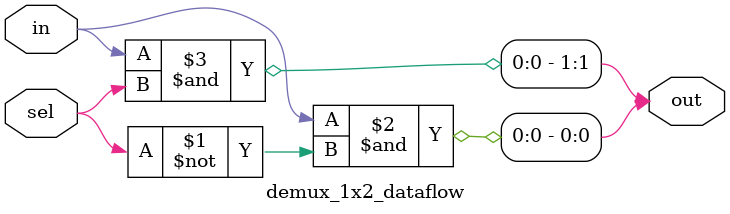
<source format=v>
`timescale 1ns / 1ps


module demux_1x2_dataflow( input in,sel,output[1:0]out);
assign out[0]=in&~sel;
assign out[1]=in&sel;
endmodule

</source>
